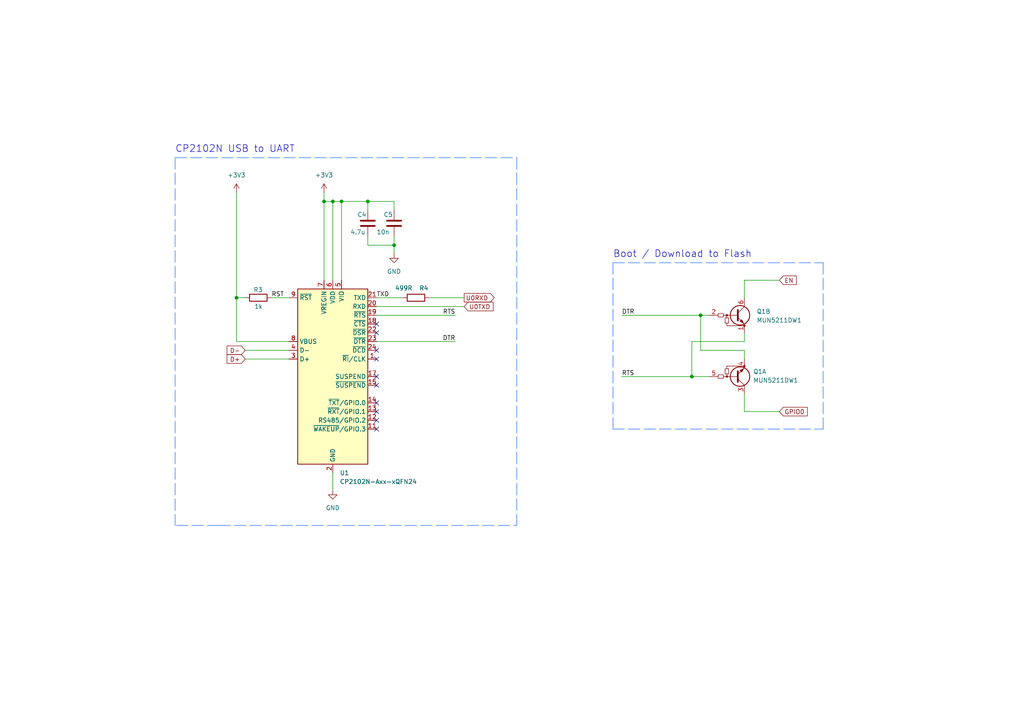
<source format=kicad_sch>
(kicad_sch (version 20211123) (generator eeschema)
  (paper "A4")
  (lib_symbols
    (symbol "Device:C" (pin_numbers hide) (pin_names (offset 0.254))
      (property "Reference" "C" (at 0.635 2.54 0))
      (property "Value" "C" (at 0.635 -2.54 0))
      (symbol "C_0_1"
        (polyline (pts (xy -2.032 -0.762) (xy 2.032 -0.762)) (stroke (width 0.508)))
        (polyline (pts (xy -2.032 0.762) (xy 2.032 0.762)) (stroke (width 0.508)))
      )
      (symbol "C_1_1"
        (pin passive line (at 0 3.81 270) (length 2.794) (name "~") (number "1"))
        (pin passive line (at 0 -3.81 90) (length 2.794) (name "~") (number "2"))
      )
    )
    (symbol "Device:R" (pin_numbers hide) (pin_names (offset 0))
      (property "Reference" "R" (at 2.032 0 90))
      (property "Value" "R" (at 0 0 90))
      (symbol "R_0_1"
        (rectangle (start -1.016 -2.54) (end 1.016 2.54) (stroke (width 0.254)))
      )
      (symbol "R_1_1"
        (pin passive line (at 0 3.81 270) (length 1.27) (name "~") (number "1"))
        (pin passive line (at 0 -3.81 90) (length 1.27) (name "~") (number "2"))
      )
    )
    (symbol "Interface_USB:CP2102N-Axx-xQFN24"
      (property "Reference" "U" (at -8.89 26.67 0))
      (property "Value" "CP2102N-Axx-xQFN24" (at 13.97 26.67 0))
      (symbol "CP2102N-Axx-xQFN24_0_1"
        (rectangle (start -10.16 25.4) (end 10.16 -25.4) (stroke (width 0.254)) (fill (type background)))
      )
      (symbol "CP2102N-Axx-xQFN24_1_1"
        (pin bidirectional line (at 12.7 5.08 180) (length 2.54) (name "~{RI}/CLK") (number "1"))
        (pin no_connect line (at -10.16 -22.86 0) (length 2.54) hide (name "NC") (number "10"))
        (pin bidirectional line (at 12.7 -15.24 180) (length 2.54) (name "~{WAKEUP}/GPIO.3") (number "11"))
        (pin bidirectional line (at 12.7 -12.7 180) (length 2.54) (name "RS485/GPIO.2") (number "12"))
        (pin bidirectional line (at 12.7 -10.16 180) (length 2.54) (name "~{RXT}/GPIO.1") (number "13"))
        (pin bidirectional line (at 12.7 -7.62 180) (length 2.54) (name "~{TXT}/GPIO.0") (number "14"))
        (pin output line (at 12.7 -2.54 180) (length 2.54) (name "~{SUSPEND}") (number "15"))
        (pin no_connect line (at 10.16 -22.86 180) (length 2.54) hide (name "NC") (number "16"))
        (pin output line (at 12.7 0 180) (length 2.54) (name "SUSPEND") (number "17"))
        (pin input line (at 12.7 15.24 180) (length 2.54) (name "~{CTS}") (number "18"))
        (pin output line (at 12.7 17.78 180) (length 2.54) (name "~{RTS}") (number "19"))
        (pin power_in line (at 0 -27.94 90) (length 2.54) (name "GND") (number "2"))
        (pin input line (at 12.7 20.32 180) (length 2.54) (name "RXD") (number "20"))
        (pin output line (at 12.7 22.86 180) (length 2.54) (name "TXD") (number "21"))
        (pin input line (at 12.7 12.7 180) (length 2.54) (name "~{DSR}") (number "22"))
        (pin output line (at 12.7 10.16 180) (length 2.54) (name "~{DTR}") (number "23"))
        (pin input line (at 12.7 7.62 180) (length 2.54) (name "~{DCD}") (number "24"))
        (pin passive line (at 0 -27.94 90) (length 2.54) hide (name "GND") (number "25"))
        (pin bidirectional line (at -12.7 5.08 0) (length 2.54) (name "D+") (number "3"))
        (pin bidirectional line (at -12.7 7.62 0) (length 2.54) (name "D-") (number "4"))
        (pin power_in line (at 2.54 27.94 270) (length 2.54) (name "VIO") (number "5"))
        (pin power_in line (at 0 27.94 270) (length 2.54) (name "VDD") (number "6"))
        (pin power_in line (at -2.54 27.94 270) (length 2.54) (name "VREGIN") (number "7"))
        (pin input line (at -12.7 10.16 0) (length 2.54) (name "VBUS") (number "8"))
        (pin input line (at -12.7 22.86 0) (length 2.54) (name "~{RST}") (number "9"))
      )
    )
    (symbol "Transistor_BJT:MUN5211DW1" (pin_names hide)
      (property "Reference" "Q" (at 3.81 1.27 0))
      (property "Value" "MUN5211DW1" (at 3.81 -1.27 0))
      (symbol "MUN5211DW1_0_1"
        (rectangle (start -6.35 0.508) (end -4.826 -0.508))
        (rectangle (start -4.318 -2.286) (end -3.302 -0.762))
        (circle (center -3.81 0) (radius 0.254) (fill (type outline)))
        (polyline (pts (xy -3.81 -0.762) (xy -3.81 0)))
        (polyline (pts (xy -0.762 0) (xy -4.826 0)))
        (polyline (pts (xy -0.635 1.524) (xy -0.635 -1.524)) (stroke (width 0.508)))
        (polyline (pts (xy -3.81 -2.286) (xy -3.81 -3.048) (xy 1.27 -3.048)))
        (circle (center 1.27 -3.048) (radius 0.254) (fill (type outline)))
      )
      (symbol "MUN5211DW1_1_1"
        (polyline (pts (xy -0.635 0.635) (xy 1.27 2.54)))
        (polyline (pts (xy -0.635 -0.635) (xy 1.27 -2.54) (xy 1.27 -2.54)))
        (polyline (pts (xy 0 -1.778) (xy 0.508 -1.27) (xy 1.016 -2.286) (xy 0 -1.778) (xy 0 -1.778)) (fill (type outline)))
        (circle (center 0 0) (radius 2.8194) (stroke (width 0.254)))
        (pin passive line (at 1.27 5.08 270) (length 2.54) (name "C1") (number "3"))
        (pin passive line (at 1.27 -5.08 90) (length 2.54) (name "E1") (number "4"))
        (pin input line (at -8.89 0 0) (length 2.54) (name "B1") (number "5"))
      )
      (symbol "MUN5211DW1_2_1"
        (polyline (pts (xy -0.635 0.635) (xy 1.27 2.54)))
        (polyline (pts (xy -0.635 -0.635) (xy 1.27 -2.54) (xy 1.27 -2.54)))
        (polyline (pts (xy 0 -1.778) (xy 0.508 -1.27) (xy 1.016 -2.286) (xy 0 -1.778) (xy 0 -1.778)) (fill (type outline)))
        (circle (center 0 0) (radius 2.8194) (stroke (width 0.254)))
        (pin passive line (at 1.27 -5.08 90) (length 2.54) (name "E2") (number "1"))
        (pin input line (at -8.89 0 0) (length 2.54) (name "B2") (number "2"))
        (pin passive line (at 1.27 5.08 270) (length 2.54) (name "C2") (number "6"))
      )
    )
    (symbol "power:+3V3" (power) (pin_names (offset 0))
      (property "Value" "+3V3" (at 0 3.556 0))
      (symbol "+3V3_0_1"
        (polyline (pts (xy -0.762 1.27) (xy 0 2.54)))
        (polyline (pts (xy 0 0) (xy 0 2.54)))
        (polyline (pts (xy 0 2.54) (xy 0.762 1.27)))
      )
      (symbol "+3V3_1_1"
        (pin power_in line (at 0 0 90) (length 0) hide (name "+3V3") (number "1"))
      )
    )
    (symbol "power:GND" (power) (pin_names (offset 0))
      (property "Value" "GND" (at 0 -3.81 0))
      (symbol "GND_0_1"
        (polyline (pts (xy 0 0) (xy 0 -1.27) (xy 1.27 -1.27) (xy 0 -2.54) (xy -1.27 -1.27) (xy 0 -1.27)))
      )
      (symbol "GND_1_1"
        (pin power_in line (at 0 0 270) (length 0) hide (name "GND") (number "1"))
      )
    )
  )
  (junction (at 200.66 109.22))
  (junction (at 68.58 86.36))
  (junction (at 203.2 91.44))
  (junction (at 99.06 58.42))
  (junction (at 93.98 58.42))
  (junction (at 114.3 71.12))
  (junction (at 96.52 58.42))
  (junction (at 106.68 58.42))
  (no_connect (at 109.22 121.92))
  (no_connect (at 109.22 96.52))
  (no_connect (at 109.22 124.46))
  (no_connect (at 109.22 109.22))
  (no_connect (at 109.22 116.84))
  (no_connect (at 109.22 93.98))
  (no_connect (at 109.22 119.38))
  (no_connect (at 109.22 104.14))
  (no_connect (at 109.22 101.6))
  (no_connect (at 109.22 111.76))
  (wire (pts (xy 109.22 91.44) (xy 132.08 91.44)))
  (wire (pts (xy 106.68 68.58) (xy 106.68 71.12)))
  (wire (pts (xy 106.68 58.42) (xy 106.68 60.96)))
  (wire (pts (xy 215.9 119.38) (xy 215.9 114.3)))
  (wire (pts (xy 93.98 81.28) (xy 93.98 58.42)))
  (polyline (pts (xy 63.5 152.4) (xy 149.86 152.4)) (stroke (width 0.3) (color 131 172 255 1)))
  (polyline (pts (xy 238.76 76.2) (xy 238.76 124.46)) (stroke (width 0.3) (color 131 172 255 1)))
  (wire (pts (xy 114.3 68.58) (xy 114.3 71.12)))
  (wire (pts (xy 200.66 109.22) (xy 205.74 109.22)))
  (wire (pts (xy 71.12 104.14) (xy 83.82 104.14)))
  (wire (pts (xy 215.9 101.6) (xy 203.2 101.6)))
  (polyline (pts (xy 63.5 152.4) (xy 50.8 152.4)) (stroke (width 0.3) (color 131 172 255 1)))
  (wire (pts (xy 99.06 58.42) (xy 106.68 58.42)))
  (wire (pts (xy 68.58 86.36) (xy 71.12 86.36)))
  (polyline (pts (xy 50.8 45.72) (xy 50.8 152.4)) (stroke (width 0.3) (color 131 172 255 1)))
  (wire (pts (xy 96.52 81.28) (xy 96.52 58.42)))
  (polyline (pts (xy 177.8 124.46) (xy 238.76 124.46)) (stroke (width 0.3) (color 131 172 255 1)))
  (wire (pts (xy 93.98 58.42) (xy 96.52 58.42)))
  (wire (pts (xy 215.9 81.28) (xy 215.9 86.36)))
  (wire (pts (xy 93.98 55.88) (xy 93.98 58.42)))
  (wire (pts (xy 99.06 58.42) (xy 99.06 81.28)))
  (wire (pts (xy 203.2 91.44) (xy 205.74 91.44)))
  (wire (pts (xy 68.58 86.36) (xy 68.58 99.06)))
  (wire (pts (xy 114.3 73.66) (xy 114.3 71.12)))
  (wire (pts (xy 215.9 104.14) (xy 215.9 101.6)))
  (wire (pts (xy 71.12 101.6) (xy 83.82 101.6)))
  (wire (pts (xy 180.34 91.44) (xy 203.2 91.44)))
  (wire (pts (xy 124.46 86.36) (xy 134.62 86.36)))
  (wire (pts (xy 200.66 99.06) (xy 200.66 109.22)))
  (wire (pts (xy 96.52 58.42) (xy 99.06 58.42)))
  (wire (pts (xy 106.68 71.12) (xy 114.3 71.12)))
  (wire (pts (xy 180.34 109.22) (xy 200.66 109.22)))
  (polyline (pts (xy 177.8 76.2) (xy 238.76 76.2)) (stroke (width 0.3) (color 131 172 255 1)))
  (wire (pts (xy 109.22 99.06) (xy 132.08 99.06)))
  (wire (pts (xy 109.22 88.9) (xy 134.62 88.9)))
  (wire (pts (xy 68.58 99.06) (xy 83.82 99.06)))
  (wire (pts (xy 215.9 99.06) (xy 200.66 99.06)))
  (wire (pts (xy 109.22 86.36) (xy 116.84 86.36)))
  (wire (pts (xy 114.3 58.42) (xy 114.3 60.96)))
  (polyline (pts (xy 177.8 76.2) (xy 177.8 124.46)) (stroke (width 0.3) (color 131 172 255 1)))
  (wire (pts (xy 215.9 96.52) (xy 215.9 99.06)))
  (wire (pts (xy 106.68 58.42) (xy 114.3 58.42)))
  (wire (pts (xy 226.06 81.28) (xy 215.9 81.28)))
  (wire (pts (xy 78.74 86.36) (xy 83.82 86.36)))
  (polyline (pts (xy 149.86 45.72) (xy 149.86 152.4)) (stroke (width 0.3) (color 131 172 255 1)))
  (wire (pts (xy 203.2 101.6) (xy 203.2 91.44)))
  (wire (pts (xy 96.52 142.24) (xy 96.52 137.16)))
  (polyline (pts (xy 50.8 45.72) (xy 149.86 45.72)) (stroke (width 0.3) (color 131 172 255 1)))
  (wire (pts (xy 68.58 55.88) (xy 68.58 86.36)))
  (wire (pts (xy 226.06 119.38) (xy 215.9 119.38)))
  (text "CP2102N USB to UART\n" (at 50.8 44.45 0) (effects (font (size 2 2)) (justify left bottom)))
  (text "Boot / Download to Flash " (at 177.8 74.93 0) (effects (font (size 2 2)) (justify left bottom)))
  (label "DTR" (at 180.34 91.44 0))
  (label "TXD" (at 109.22 86.36 0))
  (label "RTS" (at 180.34 109.22 0))
  (label "DTR" (at 132.08 99.06 180))
  (label "RST" (at 78.74 86.36 0))
  (label "RTS" (at 132.08 91.44 180))
  (global_label "EN" (shape input) (at 226.06 81.28 0) (property "Intersheet References" "${INTERSHEET_REFS}" (effects hide)))
  (global_label "GPIO0" (shape input) (at 226.06 119.38 0) (property "Intersheet References" "${INTERSHEET_REFS}" (effects hide)))
  (global_label "U0TXD" (shape input) (at 134.62 88.9 0) (property "Intersheet References" "${INTERSHEET_REFS}" (effects hide)))
  (global_label "D+" (shape input) (at 71.12 104.14 180) (property "Intersheet References" "${INTERSHEET_REFS}" (effects hide)))
  (global_label "D-" (shape input) (at 71.12 101.6 180) (property "Intersheet References" "${INTERSHEET_REFS}" (effects hide)))
  (global_label "U0RXD" (shape output) (at 134.62 86.36 0) (property "Intersheet References" "${INTERSHEET_REFS}" (effects hide)))
  (symbol (lib_id "power:+3V3") (at 68.58 55.88 0) (unit 1)
    (property "Reference" "#PWR?" (effects hide))
    (property "Value" "+3V3" (at 68.58 50.8 0))
  )
  (symbol (lib_id "Device:R") (at 74.93 86.36 90) (unit 1)
    (property "Reference" "R3" (at 76.2 84.074 90) (effects (justify left)))
    (property "Value" "1k" (at 76.2 88.9 90) (effects (justify left)))
    (property "Footprint" "Resistor_SMD:R_0402_1005Metric" (effects hide))
  )
  (symbol (lib_id "power:GND") (at 96.52 142.24 0) (unit 1)
    (property "Reference" "#PWR?" (effects hide))
    (property "Value" "GND" (at 96.52 147.32 0))
  )
  (symbol (lib_id "Device:R") (at 120.65 86.36 90) (unit 1)
    (property "Reference" "R4" (at 122.936 83.566 90))
    (property "Value" "499R" (at 117.094 83.566 90))
    (property "Footprint" "Resistor_SMD:R_0402_1005Metric" (effects hide))
  )
  (symbol (lib_id "power:GND") (at 114.3 73.66 0) (unit 1)
    (property "Reference" "#PWR?" (effects hide))
    (property "Value" "GND" (at 114.3 78.74 0))
  )
  (symbol (lib_id "Interface_USB:CP2102N-Axx-xQFN24") (at 96.52 109.22 0) (unit 1)
    (property "Reference" "U1" (at 98.5394 137.16 0) (effects (justify left)))
    (property "Value" "CP2102N-Axx-xQFN24" (at 98.5394 139.7 0) (effects (justify left)))
    (property "Footprint" "Package_DFN_QFN:QFN-24-1EP_4x4mm_P0.5mm_EP2.6x2.6mm" (effects hide))
    (property "Datasheet" "https://www.silabs.com/documents/public/data-sheets/cp2102n-datasheet.pdf" (effects hide))
  )
  (symbol (lib_id "Transistor_BJT:MUN5211DW1") (at 214.63 91.44 0) (unit 2)
    (property "Reference" "Q1" (at 219.456 90.3477 0) (effects (justify left)))
    (property "Value" "MUN5211DW1" (at 219.456 92.8877 0) (effects (justify left)))
    (property "Footprint" "Package_TO_SOT_SMD:SOT-363_SC-70-6" (effects hide))
    (property "Datasheet" "http://www.onsemi.com/pub/Collateral/DTC114ED-D.PDF" (effects hide))
  )
  (symbol (lib_id "Device:C") (at 106.68 64.77 0) (unit 1)
    (property "Reference" "C4" (at 103.632 62.23 0) (effects (justify left)))
    (property "Value" "4.7u" (at 101.6 67.31 0) (effects (justify left)))
    (property "Footprint" "Capacitor_SMD:C_0402_1005Metric" (effects hide))
  )
  (symbol (lib_id "Device:C") (at 114.3 64.77 0) (unit 1)
    (property "Reference" "C5" (at 111.252 62.23 0) (effects (justify left)))
    (property "Value" "10n" (at 109.22 67.31 0) (effects (justify left)))
    (property "Footprint" "Capacitor_SMD:C_0402_1005Metric" (effects hide))
  )
  (symbol (lib_id "power:+3V3") (at 93.98 55.88 0) (unit 1)
    (property "Reference" "#PWR?" (effects hide))
    (property "Value" "+3V3" (at 93.98 50.8 0))
  )
  (symbol (lib_id "Transistor_BJT:MUN5211DW1") (at 214.63 109.22 0) (mirror x) (unit 1)
    (property "Reference" "Q1" (at 218.44 107.7721 0) (effects (justify left)))
    (property "Value" "MUN5211DW1" (at 218.44 110.3121 0) (effects (justify left)))
    (property "Footprint" "Package_TO_SOT_SMD:SOT-363_SC-70-6" (effects hide))
    (property "Datasheet" "http://www.onsemi.com/pub/Collateral/DTC114ED-D.PDF" (effects hide))
  )
)
</source>
